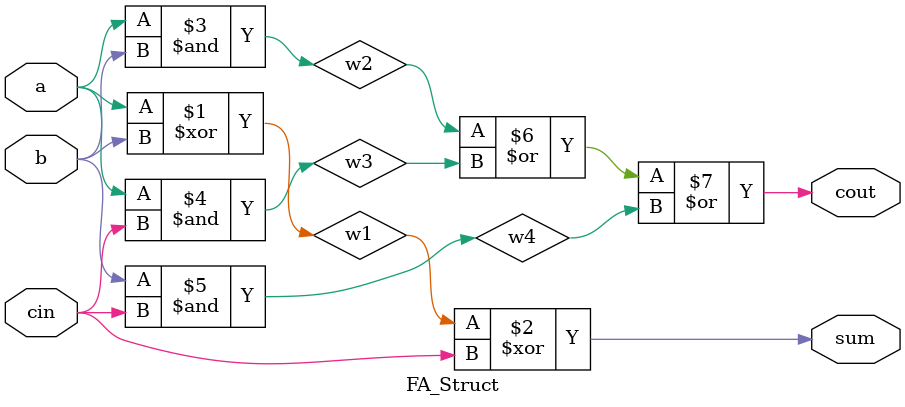
<source format=v>
`timescale 1ns/1ns

module FA_Struct(a, b, cin, cout, sum);
 input  a, b, cin;      // inputs
 output cout, sum;      // output
 wire   w1, w2, w3, w4; // internal nets

 xor U1  (w1, a, b);
 xor U2  (sum, w1, cin);
 and U3  (w2, a, b);
 and U4  (w3, a, cin);
 and U5  (w4, b, cin);
 or  U6  (cout, w2, w3, w4);
endmodule


</source>
